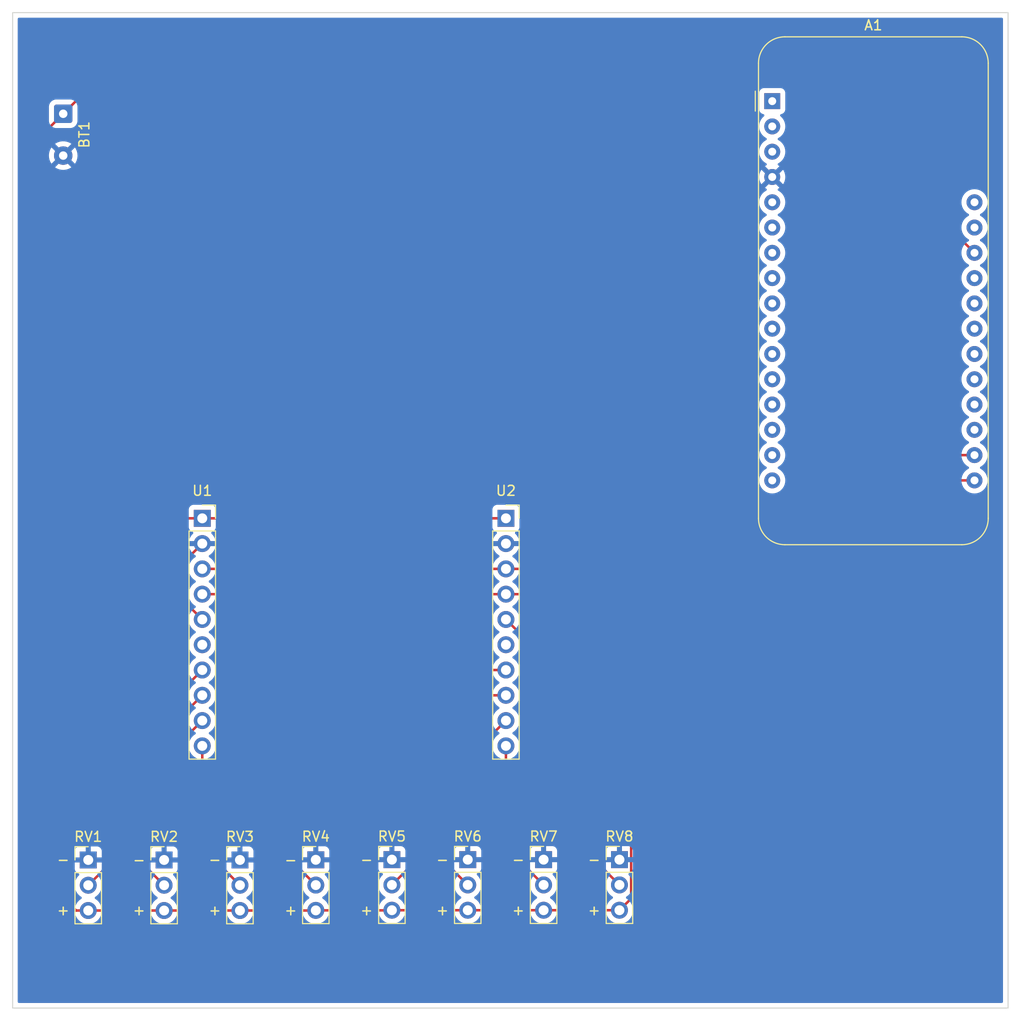
<source format=kicad_pcb>
(kicad_pcb (version 20211014) (generator pcbnew)
  (layers (0 "F.Cu" signal) (31 "B.Cu" signal) (34 "B.Paste" user) (35 "F.Paste" user) (36 "B.SilkS" user "B.Silkscreen") (37 "F.SilkS" user "F.Silkscreen") (38 "B.Mask" user) (39 "F.Mask" user) (44 "Edge.Cuts" user))
  (net 0 "")
  (net 4 "GND")
  (net 17 "/SDA")
  (net 18 "/SCL")
  (net 26 "+5V")
  (net 29 "/P0")
  (net 30 "/P1")
  (net 31 "/P2")
  (net 32 "/P3")
  (net 33 "/P4")
  (net 34 "/P5")
  (net 35 "/P6")
  (net 36 "/P7")
  (footprint "Connector_PinHeader_2.54mm:PinHeader_1x03_P2.54mm_Vertical" (layer "F.Cu") (at 32.995 110.52)
    (fp_text reference "RV1" (at 0 -2.33) (layer "F.SilkS"))
    (fp_text value "R_Potentiometer")
    (fp_line (start -1.33 -1.33) (end 0 -1.33) (layer "F.SilkS") (width 0.12))
    (fp_line (start -1.33 1.27) (end 1.33 1.27) (layer "F.SilkS") (width 0.12))
    (fp_line (start -1.33 1.27) (end -1.33 6.41) (layer "F.SilkS") (width 0.12))
    (fp_line (start -1.33 0) (end -1.33 -1.33) (layer "F.SilkS") (width 0.12))
    (fp_line (start 1.33 1.27) (end 1.33 6.41) (layer "F.SilkS") (width 0.12))
    (fp_line (start -1.33 6.41) (end 1.33 6.41) (layer "F.SilkS") (width 0.12))
    (pad "1" thru_hole rect (at 0 0) (size 1.7 1.7) (drill 1) (layers *.Cu *.Mask) (net 4 "GND"))
    (pad "2" thru_hole oval (at 0 2.54) (size 1.7 1.7) (drill 1) (layers *.Cu *.Mask) (net 29 "/P0"))
    (pad "3" thru_hole oval (at 0 5.08) (size 1.7 1.7) (drill 1) (layers *.Cu *.Mask) (net 26 "+5V"))
  )
  (footprint "Connector_PinSocket_2.54mm:PinSocket_1x10_P2.54mm_Vertical" (layer "F.Cu") (at 74.955 76.2)
    (fp_text reference "U2" (at 0 -2.77) (layer "F.SilkS"))
    (fp_text value "ADS1115")
    (fp_line (start -1.33 24.19) (end 1.33 24.19) (layer "F.SilkS") (width 0.12))
    (fp_line (start -1.33 1.27) (end 1.33 1.27) (layer "F.SilkS") (width 0.12))
    (fp_line (start -1.33 1.27) (end -1.33 24.19) (layer "F.SilkS") (width 0.12))
    (fp_line (start 1.33 1.27) (end 1.33 24.19) (layer "F.SilkS") (width 0.12))
    (fp_line (start 1.33 -1.33) (end 1.33 0) (layer "F.SilkS") (width 0.12))
    (fp_line (start 0 -1.33) (end 1.33 -1.33) (layer "F.SilkS") (width 0.12))
    (pad "1" thru_hole rect (at 0 0) (size 1.7 1.7) (drill 1) (layers *.Cu *.Mask) (net 26 "+5V"))
    (pad "2" thru_hole oval (at 0 2.54) (size 1.7 1.7) (drill 1) (layers *.Cu *.Mask) (net 4 "GND"))
    (pad "3" thru_hole oval (at 0 5.08) (size 1.7 1.7) (drill 1) (layers *.Cu *.Mask) (net 18 "/SCL"))
    (pad "4" thru_hole oval (at 0 7.62) (size 1.7 1.7) (drill 1) (layers *.Cu *.Mask) (net 17 "/SDA"))
    (pad "5" thru_hole oval (at 0 10.16) (size 1.7 1.7) (drill 1) (layers *.Cu *.Mask) (net 26 "+5V"))
    (pad "6" thru_hole oval (at 0 12.7) (size 1.7 1.7) (drill 1) (layers *.Cu *.Mask))
    (pad "7" thru_hole oval (at 0 15.24) (size 1.7 1.7) (drill 1) (layers *.Cu *.Mask) (net 33 "/P4"))
    (pad "8" thru_hole oval (at 0 17.78) (size 1.7 1.7) (drill 1) (layers *.Cu *.Mask) (net 34 "/P5"))
    (pad "9" thru_hole oval (at 0 20.32) (size 1.7 1.7) (drill 1) (layers *.Cu *.Mask) (net 35 "/P6"))
    (pad "10" thru_hole oval (at 0 22.86) (size 1.7 1.7) (drill 1) (layers *.Cu *.Mask) (net 36 "/P7"))
  )
  (footprint "Connector_PinHeader_2.54mm:PinHeader_1x03_P2.54mm_Vertical" (layer "F.Cu") (at 63.5 110.49)
    (fp_text reference "RV5" (at 0 -2.33) (layer "F.SilkS"))
    (fp_text value "R_Potentiometer")
    (fp_line (start 1.33 1.27) (end 1.33 6.41) (layer "F.SilkS") (width 0.12))
    (fp_line (start -1.33 1.27) (end -1.33 6.41) (layer "F.SilkS") (width 0.12))
    (fp_line (start -1.33 -1.33) (end 0 -1.33) (layer "F.SilkS") (width 0.12))
    (fp_line (start -1.33 0) (end -1.33 -1.33) (layer "F.SilkS") (width 0.12))
    (fp_line (start -1.33 1.27) (end 1.33 1.27) (layer "F.SilkS") (width 0.12))
    (fp_line (start -1.33 6.41) (end 1.33 6.41) (layer "F.SilkS") (width 0.12))
    (pad "1" thru_hole rect (at 0 0) (size 1.7 1.7) (drill 1) (layers *.Cu *.Mask) (net 4 "GND"))
    (pad "2" thru_hole oval (at 0 2.54) (size 1.7 1.7) (drill 1) (layers *.Cu *.Mask) (net 33 "/P4"))
    (pad "3" thru_hole oval (at 0 5.08) (size 1.7 1.7) (drill 1) (layers *.Cu *.Mask) (net 26 "+5V"))
  )
  (footprint "Connector_PinHeader_2.54mm:PinHeader_1x03_P2.54mm_Vertical" (layer "F.Cu") (at 55.855 110.505)
    (fp_text reference "RV4" (at 0 -2.33) (layer "F.SilkS"))
    (fp_text value "R_Potentiometer")
    (fp_line (start -1.33 1.27) (end 1.33 1.27) (layer "F.SilkS") (width 0.12))
    (fp_line (start 1.33 1.27) (end 1.33 6.41) (layer "F.SilkS") (width 0.12))
    (fp_line (start -1.33 6.41) (end 1.33 6.41) (layer "F.SilkS") (width 0.12))
    (fp_line (start -1.33 0) (end -1.33 -1.33) (layer "F.SilkS") (width 0.12))
    (fp_line (start -1.33 1.27) (end -1.33 6.41) (layer "F.SilkS") (width 0.12))
    (fp_line (start -1.33 -1.33) (end 0 -1.33) (layer "F.SilkS") (width 0.12))
    (pad "1" thru_hole rect (at 0 0) (size 1.7 1.7) (drill 1) (layers *.Cu *.Mask) (net 4 "GND"))
    (pad "2" thru_hole oval (at 0 2.54) (size 1.7 1.7) (drill 1) (layers *.Cu *.Mask) (net 32 "/P3"))
    (pad "3" thru_hole oval (at 0 5.08) (size 1.7 1.7) (drill 1) (layers *.Cu *.Mask) (net 26 "+5V"))
  )
  (footprint "Connector_PinSocket_2.54mm:PinSocket_1x10_P2.54mm_Vertical" (layer "F.Cu") (at 44.45 76.2)
    (fp_text reference "U1" (at 0 -2.77) (layer "F.SilkS"))
    (fp_text value "ADS1115")
    (fp_line (start 1.33 -1.33) (end 1.33 0) (layer "F.SilkS") (width 0.12))
    (fp_line (start 0 -1.33) (end 1.33 -1.33) (layer "F.SilkS") (width 0.12))
    (fp_line (start -1.33 1.27) (end 1.33 1.27) (layer "F.SilkS") (width 0.12))
    (fp_line (start -1.33 1.27) (end -1.33 24.19) (layer "F.SilkS") (width 0.12))
    (fp_line (start 1.33 1.27) (end 1.33 24.19) (layer "F.SilkS") (width 0.12))
    (fp_line (start -1.33 24.19) (end 1.33 24.19) (layer "F.SilkS") (width 0.12))
    (pad "1" thru_hole rect (at 0 0) (size 1.7 1.7) (drill 1) (layers *.Cu *.Mask) (net 26 "+5V"))
    (pad "2" thru_hole oval (at 0 2.54) (size 1.7 1.7) (drill 1) (layers *.Cu *.Mask) (net 4 "GND"))
    (pad "3" thru_hole oval (at 0 5.08) (size 1.7 1.7) (drill 1) (layers *.Cu *.Mask) (net 18 "/SCL"))
    (pad "4" thru_hole oval (at 0 7.62) (size 1.7 1.7) (drill 1) (layers *.Cu *.Mask) (net 17 "/SDA"))
    (pad "5" thru_hole oval (at 0 10.16) (size 1.7 1.7) (drill 1) (layers *.Cu *.Mask) (net 4 "GND"))
    (pad "6" thru_hole oval (at 0 12.7) (size 1.7 1.7) (drill 1) (layers *.Cu *.Mask))
    (pad "7" thru_hole oval (at 0 15.24) (size 1.7 1.7) (drill 1) (layers *.Cu *.Mask) (net 29 "/P0"))
    (pad "8" thru_hole oval (at 0 17.78) (size 1.7 1.7) (drill 1) (layers *.Cu *.Mask) (net 30 "/P1"))
    (pad "9" thru_hole oval (at 0 20.32) (size 1.7 1.7) (drill 1) (layers *.Cu *.Mask) (net 31 "/P2"))
    (pad "10" thru_hole oval (at 0 22.86) (size 1.7 1.7) (drill 1) (layers *.Cu *.Mask) (net 32 "/P3"))
  )
  (footprint "Connector_Wire:SolderWire-0.25sqmm_1x02_P4.2mm_D0.65mm_OD1.7mm" (layer "F.Cu") (at 30.48 35.56 -90)
    (fp_text reference "BT1" (at 2.1 -2.12 90) (layer "F.SilkS"))
    (fp_text value "Battery_Cell")
    (pad "1" thru_hole roundrect (at 0 0 270) (size 1.85 1.85) (drill 0.85) (layers *.Cu *.Mask) (roundrect_rratio 0.135135) (net 26 "+5V"))
    (pad "2" thru_hole circle (at 4.2 0 270) (size 1.85 1.85) (drill 0.85) (layers *.Cu *.Mask) (net 4 "GND"))
  )
  (footprint "Module:Adafruit_Feather" (layer "F.Cu") (at 101.7075 34.29)
    (fp_text reference "A1" (at 10.16 -7.62) (layer "F.SilkS"))
    (fp_text value "Adafruit_Feather_HUZZAH32_ESP32")
    (fp_line (start 19.05 -6.46) (end 1.27 -6.46) (layer "F.SilkS") (width 0.12))
    (fp_line (start 21.7 -3.81) (end 21.7 41.91) (layer "F.SilkS") (width 0.12))
    (fp_line (start -1.7 1) (end -1.7 -1) (layer "F.SilkS") (width 0.12))
    (fp_line (start -1.38 -3.81) (end -1.38 41.91) (layer "F.SilkS") (width 0.12))
    (fp_line (start 19.05 44.56) (end 1.27 44.56) (layer "F.SilkS") (width 0.12))
    (fp_arc (start 21.7 41.91) (mid 20.923833 43.783833) (end 19.05 44.56) (layer "F.SilkS") (width 0.12))
    (fp_arc (start 1.27 44.56) (mid -0.603833 43.783833) (end -1.38 41.91) (layer "F.SilkS") (width 0.12))
    (fp_arc (start -1.38 -3.81) (mid -0.603833 -5.683833) (end 1.27 -6.46) (layer "F.SilkS") (width 0.12))
    (fp_arc (start 19.05 -6.46) (mid 20.923833 -5.683833) (end 21.7 -3.81) (layer "F.SilkS") (width 0.12))
    (pad "1" thru_hole rect (at 0 0 180) (size 1.6 1.6) (drill 0.8) (layers *.Cu *.Mask))
    (pad "2" thru_hole circle (at 0 2.54 180) (size 1.6 1.6) (drill 0.8) (layers *.Cu *.Mask))
    (pad "3" thru_hole circle (at 0 5.08 180) (size 1.6 1.6) (drill 0.8) (layers *.Cu *.Mask))
    (pad "4" thru_hole circle (at 0 7.62 180) (size 1.6 1.6) (drill 0.8) (layers *.Cu *.Mask) (net 4 "GND"))
    (pad "5" thru_hole circle (at 0 10.16 180) (size 1.6 1.6) (drill 0.8) (layers *.Cu *.Mask))
    (pad "6" thru_hole circle (at 0 12.7 180) (size 1.6 1.6) (drill 0.8) (layers *.Cu *.Mask))
    (pad "7" thru_hole circle (at 0 15.24 180) (size 1.6 1.6) (drill 0.8) (layers *.Cu *.Mask))
    (pad "8" thru_hole circle (at 0 17.78 180) (size 1.6 1.6) (drill 0.8) (layers *.Cu *.Mask))
    (pad "9" thru_hole circle (at 0 20.32 180) (size 1.6 1.6) (drill 0.8) (layers *.Cu *.Mask))
    (pad "10" thru_hole circle (at 0 22.86 180) (size 1.6 1.6) (drill 0.8) (layers *.Cu *.Mask))
    (pad "11" thru_hole circle (at 0 25.4 180) (size 1.6 1.6) (drill 0.8) (layers *.Cu *.Mask))
    (pad "12" thru_hole circle (at 0 27.94 180) (size 1.6 1.6) (drill 0.8) (layers *.Cu *.Mask))
    (pad "13" thru_hole circle (at 0 30.48 180) (size 1.6 1.6) (drill 0.8) (layers *.Cu *.Mask))
    (pad "14" thru_hole circle (at 0 33.02 180) (size 1.6 1.6) (drill 0.8) (layers *.Cu *.Mask))
    (pad "15" thru_hole circle (at 0 35.56 180) (size 1.6 1.6) (drill 0.8) (layers *.Cu *.Mask))
    (pad "16" thru_hole circle (at 0 38.1 180) (size 1.6 1.6) (drill 0.8) (layers *.Cu *.Mask))
    (pad "17" thru_hole circle (at 20.32 38.1 180) (size 1.6 1.6) (drill 0.8) (layers *.Cu *.Mask) (net 17 "/SDA"))
    (pad "18" thru_hole circle (at 20.32 35.56 180) (size 1.6 1.6) (drill 0.8) (layers *.Cu *.Mask) (net 18 "/SCL"))
    (pad "19" thru_hole circle (at 20.32 33.02 180) (size 1.6 1.6) (drill 0.8) (layers *.Cu *.Mask))
    (pad "20" thru_hole circle (at 20.32 30.48 180) (size 1.6 1.6) (drill 0.8) (layers *.Cu *.Mask))
    (pad "21" thru_hole circle (at 20.32 27.94 180) (size 1.6 1.6) (drill 0.8) (layers *.Cu *.Mask))
    (pad "22" thru_hole circle (at 20.32 25.4 180) (size 1.6 1.6) (drill 0.8) (layers *.Cu *.Mask))
    (pad "23" thru_hole circle (at 20.32 22.86 180) (size 1.6 1.6) (drill 0.8) (layers *.Cu *.Mask))
    (pad "24" thru_hole circle (at 20.32 20.32 180) (size 1.6 1.6) (drill 0.8) (layers *.Cu *.Mask))
    (pad "25" thru_hole circle (at 20.32 17.78 180) (size 1.6 1.6) (drill 0.8) (layers *.Cu *.Mask))
    (pad "26" thru_hole circle (at 20.32 15.24 180) (size 1.6 1.6) (drill 0.8) (layers *.Cu *.Mask) (net 26 "+5V"))
    (pad "27" thru_hole circle (at 20.32 12.7 180) (size 1.6 1.6) (drill 0.8) (layers *.Cu *.Mask))
    (pad "28" thru_hole circle (at 20.32 10.16 180) (size 1.6 1.6) (drill 0.8) (layers *.Cu *.Mask))
  )
  (footprint "Connector_PinHeader_2.54mm:PinHeader_1x03_P2.54mm_Vertical" (layer "F.Cu") (at 78.74 110.49)
    (fp_text reference "RV7" (at 0 -2.33) (layer "F.SilkS"))
    (fp_text value "R_Potentiometer")
    (fp_line (start -1.33 1.27) (end -1.33 6.41) (layer "F.SilkS") (width 0.12))
    (fp_line (start 1.33 1.27) (end 1.33 6.41) (layer "F.SilkS") (width 0.12))
    (fp_line (start -1.33 0) (end -1.33 -1.33) (layer "F.SilkS") (width 0.12))
    (fp_line (start -1.33 6.41) (end 1.33 6.41) (layer "F.SilkS") (width 0.12))
    (fp_line (start -1.33 -1.33) (end 0 -1.33) (layer "F.SilkS") (width 0.12))
    (fp_line (start -1.33 1.27) (end 1.33 1.27) (layer "F.SilkS") (width 0.12))
    (pad "1" thru_hole rect (at 0 0) (size 1.7 1.7) (drill 1) (layers *.Cu *.Mask) (net 4 "GND"))
    (pad "2" thru_hole oval (at 0 2.54) (size 1.7 1.7) (drill 1) (layers *.Cu *.Mask) (net 35 "/P6"))
    (pad "3" thru_hole oval (at 0 5.08) (size 1.7 1.7) (drill 1) (layers *.Cu *.Mask) (net 26 "+5V"))
  )
  (footprint "Connector_PinHeader_2.54mm:PinHeader_1x03_P2.54mm_Vertical" (layer "F.Cu") (at 86.36 110.49)
    (fp_text reference "RV8" (at 0 -2.33) (layer "F.SilkS"))
    (fp_text value "R_Potentiometer")
    (fp_line (start -1.33 -1.33) (end 0 -1.33) (layer "F.SilkS") (width 0.12))
    (fp_line (start -1.33 0) (end -1.33 -1.33) (layer "F.SilkS") (width 0.12))
    (fp_line (start -1.33 1.27) (end -1.33 6.41) (layer "F.SilkS") (width 0.12))
    (fp_line (start 1.33 1.27) (end 1.33 6.41) (layer "F.SilkS") (width 0.12))
    (fp_line (start -1.33 1.27) (end 1.33 1.27) (layer "F.SilkS") (width 0.12))
    (fp_line (start -1.33 6.41) (end 1.33 6.41) (layer "F.SilkS") (width 0.12))
    (pad "1" thru_hole rect (at 0 0) (size 1.7 1.7) (drill 1) (layers *.Cu *.Mask) (net 4 "GND"))
    (pad "2" thru_hole oval (at 0 2.54) (size 1.7 1.7) (drill 1) (layers *.Cu *.Mask) (net 36 "/P7"))
    (pad "3" thru_hole oval (at 0 5.08) (size 1.7 1.7) (drill 1) (layers *.Cu *.Mask) (net 26 "+5V"))
  )
  (footprint "Connector_PinHeader_2.54mm:PinHeader_1x03_P2.54mm_Vertical" (layer "F.Cu") (at 71.12 110.49)
    (fp_text reference "RV6" (at 0 -2.33) (layer "F.SilkS"))
    (fp_text value "R_Potentiometer")
    (fp_line (start -1.33 6.41) (end 1.33 6.41) (layer "F.SilkS") (width 0.12))
    (fp_line (start 1.33 1.27) (end 1.33 6.41) (layer "F.SilkS") (width 0.12))
    (fp_line (start -1.33 -1.33) (end 0 -1.33) (layer "F.SilkS") (width 0.12))
    (fp_line (start -1.33 1.27) (end -1.33 6.41) (layer "F.SilkS") (width 0.12))
    (fp_line (start -1.33 0) (end -1.33 -1.33) (layer "F.SilkS") (width 0.12))
    (fp_line (start -1.33 1.27) (end 1.33 1.27) (layer "F.SilkS") (width 0.12))
    (pad "1" thru_hole rect (at 0 0) (size 1.7 1.7) (drill 1) (layers *.Cu *.Mask) (net 4 "GND"))
    (pad "2" thru_hole oval (at 0 2.54) (size 1.7 1.7) (drill 1) (layers *.Cu *.Mask) (net 34 "/P5"))
    (pad "3" thru_hole oval (at 0 5.08) (size 1.7 1.7) (drill 1) (layers *.Cu *.Mask) (net 26 "+5V"))
  )
  (footprint "Connector_PinHeader_2.54mm:PinHeader_1x03_P2.54mm_Vertical" (layer "F.Cu") (at 40.615 110.52)
    (fp_text reference "RV2" (at 0 -2.33) (layer "F.SilkS"))
    (fp_text value "R_Potentiometer")
    (fp_line (start -1.33 -1.33) (end 0 -1.33) (layer "F.SilkS") (width 0.12))
    (fp_line (start -1.33 1.27) (end 1.33 1.27) (layer "F.SilkS") (width 0.12))
    (fp_line (start -1.33 0) (end -1.33 -1.33) (layer "F.SilkS") (width 0.12))
    (fp_line (start -1.33 6.41) (end 1.33 6.41) (layer "F.SilkS") (width 0.12))
    (fp_line (start 1.33 1.27) (end 1.33 6.41) (layer "F.SilkS") (width 0.12))
    (fp_line (start -1.33 1.27) (end -1.33 6.41) (layer "F.SilkS") (width 0.12))
    (pad "1" thru_hole rect (at 0 0) (size 1.7 1.7) (drill 1) (layers *.Cu *.Mask) (net 4 "GND"))
    (pad "2" thru_hole oval (at 0 2.54) (size 1.7 1.7) (drill 1) (layers *.Cu *.Mask) (net 30 "/P1"))
    (pad "3" thru_hole oval (at 0 5.08) (size 1.7 1.7) (drill 1) (layers *.Cu *.Mask) (net 26 "+5V"))
  )
  (footprint "Connector_PinHeader_2.54mm:PinHeader_1x03_P2.54mm_Vertical" (layer "F.Cu") (at 48.235 110.52)
    (fp_text reference "RV3" (at 0 -2.33) (layer "F.SilkS"))
    (fp_text value "R_Potentiometer")
    (fp_line (start -1.33 1.27) (end 1.33 1.27) (layer "F.SilkS") (width 0.12))
    (fp_line (start -1.33 0) (end -1.33 -1.33) (layer "F.SilkS") (width 0.12))
    (fp_line (start -1.33 6.41) (end 1.33 6.41) (layer "F.SilkS") (width 0.12))
    (fp_line (start -1.33 -1.33) (end 0 -1.33) (layer "F.SilkS") (width 0.12))
    (fp_line (start -1.33 1.27) (end -1.33 6.41) (layer "F.SilkS") (width 0.12))
    (fp_line (start 1.33 1.27) (end 1.33 6.41) (layer "F.SilkS") (width 0.12))
    (pad "1" thru_hole rect (at 0 0) (size 1.7 1.7) (drill 1) (layers *.Cu *.Mask) (net 4 "GND"))
    (pad "2" thru_hole oval (at 0 2.54) (size 1.7 1.7) (drill 1) (layers *.Cu *.Mask) (net 31 "/P2"))
    (pad "3" thru_hole oval (at 0 5.08) (size 1.7 1.7) (drill 1) (layers *.Cu *.Mask) (net 26 "+5V"))
  )
  (gr_rect (start 25.4 25.4) (end 125.4 125.4) (layer "Edge.Cuts") (width 0.1) (fill none))
  (gr_text "-" (at 76.2 110.49) (layer "F.SilkS") (effects (font (size 1 1))))
  (gr_text "+" (at 45.72 115.57) (layer "F.SilkS") (effects (font (size 1 1))))
  (gr_text "+" (at 38.1 115.57) (layer "F.SilkS") (effects (font (size 1 1))))
  (gr_text "-" (at 68.58 110.49) (layer "F.SilkS") (effects (font (size 1 1))))
  (gr_text "+" (at 60.96 115.57) (layer "F.SilkS") (effects (font (size 1 1))))
  (gr_text "-" (at 30.48 110.49) (layer "F.SilkS") (effects (font (size 1 1))))
  (gr_text "-" (at 45.72 110.49) (layer "F.SilkS") (effects (font (size 1 1))))
  (gr_text "+" (at 30.48 115.57) (layer "F.SilkS") (effects (font (size 1 1))))
  (gr_text "-" (at 53.34 110.52) (layer "F.SilkS") (effects (font (size 1 1))))
  (gr_text "+" (at 68.58 115.57) (layer "F.SilkS") (effects (font (size 1 1))))
  (gr_text "-" (at 60.96 110.49) (layer "F.SilkS") (effects (font (size 1 1))))
  (gr_text "+" (at 53.34 115.57) (layer "F.SilkS") (effects (font (size 1 1))))
  (gr_text "-" (at 38.1 110.52) (layer "F.SilkS") (effects (font (size 1 1))))
  (gr_text "+" (at 83.82 115.57) (layer "F.SilkS") (effects (font (size 1 1))))
  (gr_text "+" (at 76.2 115.57) (layer "F.SilkS") (effects (font (size 1 1))))
  (gr_text "-" (at 83.82 110.49) (layer "F.SilkS") (effects (font (size 1 1))))
  (segment (start 44.45 78.74) (end 41.91 81.28) (width 0.25) (layer "F.Cu") (net 4))
  (segment (start 41.91 83.82) (end 44.45 86.36) (width 0.25) (layer "F.Cu") (net 4))
  (segment (start 41.91 81.28) (end 41.91 83.82) (width 0.25) (layer "F.Cu") (net 4))
  (segment (start 44.45 83.82) (end 74.955 83.82) (width 0.25) (layer "F.Cu") (net 17))
  (segment (start 104.14 83.82) (end 115.57 72.39) (width 0.25) (layer "F.Cu") (net 17))
  (segment (start 115.57 72.39) (end 122.0275 72.39) (width 0.25) (layer "F.Cu") (net 17))
  (segment (start 74.955 83.82) (end 104.14 83.82) (width 0.25) (layer "F.Cu") (net 17))
  (segment (start 44.45 81.28) (end 74.955 81.28) (width 0.25) (layer "F.Cu") (net 18))
  (segment (start 74.955 81.28) (end 102.87 81.28) (width 0.25) (layer "F.Cu") (net 18))
  (segment (start 114.3 69.85) (end 122.0275 69.85) (width 0.25) (layer "F.Cu") (net 18))
  (segment (start 102.87 81.28) (end 114.3 69.85) (width 0.25) (layer "F.Cu") (net 18))
  (segment (start 44.45 76.2) (end 35.56 76.2) (width 0.25) (layer "F.Cu") (net 26))
  (segment (start 32.995 115.6) (end 40.615 115.6) (width 0.25) (layer "F.Cu") (net 26))
  (segment (start 48.235 115.6) (end 55.84 115.6) (width 0.25) (layer "F.Cu") (net 26))
  (segment (start 102.9775 30.48) (end 35.56 30.48) (width 0.25) (layer "F.Cu") (net 26))
  (segment (start 87.535 98.94) (end 74.955 86.36) (width 0.25) (layer "F.Cu") (net 26))
  (segment (start 27.94 68.58) (end 27.94 111.76) (width 0.25) (layer "F.Cu") (net 26))
  (segment (start 27.94 111.76) (end 31.78 115.6) (width 0.25) (layer "F.Cu") (net 26))
  (segment (start 122.0275 49.53) (end 102.9775 30.48) (width 0.25) (layer "F.Cu") (net 26))
  (segment (start 27.94 38.1) (end 27.94 68.58) (width 0.25) (layer "F.Cu") (net 26))
  (segment (start 35.56 30.48) (end 30.48 35.56) (width 0.25) (layer "F.Cu") (net 26))
  (segment (start 87.535 114.395) (end 87.535 98.94) (width 0.25) (layer "F.Cu") (net 26))
  (segment (start 44.45 76.2) (end 74.955 76.2) (width 0.25) (layer "F.Cu") (net 26))
  (segment (start 30.48 35.56) (end 27.94 38.1) (width 0.25) (layer "F.Cu") (net 26))
  (segment (start 86.36 115.57) (end 87.535 114.395) (width 0.25) (layer "F.Cu") (net 26))
  (segment (start 55.855 115.585) (end 63.485 115.585) (width 0.25) (layer "F.Cu") (net 26))
  (segment (start 35.56 76.2) (end 27.94 68.58) (width 0.25) (layer "F.Cu") (net 26))
  (segment (start 83.82 115.57) (end 63.5 115.57) (width 0.25) (layer "F.Cu") (net 26))
  (segment (start 40.615 115.6) (end 48.235 115.6) (width 0.25) (layer "F.Cu") (net 26))
  (segment (start 31.78 115.6) (end 32.995 115.6) (width 0.25) (layer "F.Cu") (net 26))
  (segment (start 86.36 115.57) (end 83.82 115.57) (width 0.25) (layer "F.Cu") (net 26))
  (segment (start 63.485 115.585) (end 63.5 115.57) (width 0.25) (layer "F.Cu") (net 26))
  (segment (start 55.84 115.6) (end 55.855 115.585) (width 0.25) (layer "F.Cu") (net 26))
  (segment (start 35.56 100.33) (end 35.56 110.49) (width 0.25) (layer "F.Cu") (net 29))
  (segment (start 32.995 113.06) (end 35.56 110.495) (width 0.25) (layer "F.Cu") (net 29))
  (segment (start 35.56 110.495) (end 35.56 110.49) (width 0.25) (layer "F.Cu") (net 29))
  (segment (start 44.45 91.44) (end 35.56 100.33) (width 0.25) (layer "F.Cu") (net 29))
  (segment (start 38.1 100.33) (end 44.45 93.98) (width 0.25) (layer "F.Cu") (net 30))
  (segment (start 40.615 113.06) (end 38.1 110.545) (width 0.25) (layer "F.Cu") (net 30))
  (segment (start 38.1 110.545) (end 38.1 100.33) (width 0.25) (layer "F.Cu") (net 30))
  (segment (start 40.64 105.465) (end 40.64 100.33) (width 0.25) (layer "F.Cu") (net 31))
  (segment (start 48.235 113.06) (end 40.64 105.465) (width 0.25) (layer "F.Cu") (net 31))
  (segment (start 40.64 100.33) (end 44.45 96.52) (width 0.25) (layer "F.Cu") (net 31))
  (segment (start 55.855 113.045) (end 44.45 101.64) (width 0.25) (layer "F.Cu") (net 32))
  (segment (start 44.45 101.64) (end 44.45 99.06) (width 0.25) (layer "F.Cu") (net 32))
  (segment (start 67.31 109.22) (end 67.31 95.25) (width 0.25) (layer "F.Cu") (net 33))
  (segment (start 63.5 113.03) (end 67.31 109.22) (width 0.25) (layer "F.Cu") (net 33))
  (segment (start 71.12 91.44) (end 74.955 91.44) (width 0.25) (layer "F.Cu") (net 33))
  (segment (start 67.31 95.25) (end 71.12 91.44) (width 0.25) (layer "F.Cu") (net 33))
  (segment (start 68.58 110.49) (end 68.58 97.79) (width 0.25) (layer "F.Cu") (net 34))
  (segment (start 72.39 93.98) (end 74.955 93.98) (width 0.25) (layer "F.Cu") (net 34))
  (segment (start 71.12 113.03) (end 68.58 110.49) (width 0.25) (layer "F.Cu") (net 34))
  (segment (start 68.58 97.79) (end 72.39 93.98) (width 0.25) (layer "F.Cu") (net 34))
  (segment (start 72.39 99.06) (end 72.415 99.06) (width 0.25) (layer "F.Cu") (net 35))
  (segment (start 72.39 106.68) (end 72.39 99.06) (width 0.25) (layer "F.Cu") (net 35))
  (segment (start 72.415 99.06) (end 74.955 96.52) (width 0.25) (layer "F.Cu") (net 35))
  (segment (start 78.74 113.03) (end 72.39 106.68) (width 0.25) (layer "F.Cu") (net 35))
  (segment (start 74.93 101.6) (end 74.955 101.575) (width 0.25) (layer "F.Cu") (net 36))
  (segment (start 86.36 113.03) (end 74.93 101.6) (width 0.25) (layer "F.Cu") (net 36))
  (segment (start 74.955 101.575) (end 74.955 99.06) (width 0.25) (layer "F.Cu") (net 36))
  (zone (net 4) (net_name "GND") (layer "B.Cu") (connect_pads (clearance 0.508)) (min_thickness 0.254) (fill yes (thermal_gap 0.508) (thermal_bridge_width 0.508))
    (polygon (pts (xy 127 127) (xy 24.13 127) (xy 24.13 24.13) (xy 127 24.13)))
  )
)
</source>
